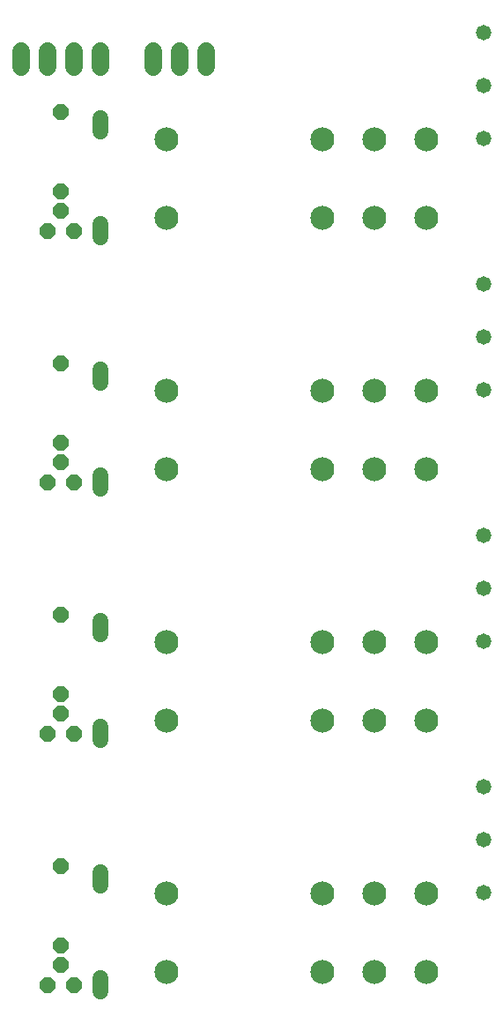
<source format=gbr>
G04 EAGLE Gerber RS-274X export*
G75*
%MOMM*%
%FSLAX34Y34*%
%LPD*%
%INSoldermask Top*%
%IPPOS*%
%AMOC8*
5,1,8,0,0,1.08239X$1,22.5*%
G01*
%ADD10C,1.473200*%
%ADD11C,2.303200*%
%ADD12C,1.524000*%
%ADD13P,1.649562X8X22.500000*%
%ADD14P,1.649562X8X112.500000*%
%ADD15C,1.727200*%


D10*
X901700Y965200D03*
X901700Y914400D03*
X901700Y863600D03*
X901700Y723900D03*
X901700Y673100D03*
X901700Y622300D03*
X901700Y482600D03*
X901700Y431800D03*
X901700Y381000D03*
X901700Y241300D03*
X901700Y190500D03*
X901700Y139700D03*
D11*
X596900Y787400D03*
X746900Y787400D03*
X796900Y787400D03*
X846900Y787400D03*
X846900Y862400D03*
X796900Y862400D03*
X746900Y862400D03*
X596900Y862400D03*
D12*
X533400Y781304D02*
X533400Y768096D01*
X533400Y869696D02*
X533400Y882904D01*
D13*
X508000Y774700D03*
X495300Y793750D03*
X482600Y774700D03*
D14*
X495300Y812800D03*
X495300Y889000D03*
D11*
X596900Y546100D03*
X746900Y546100D03*
X796900Y546100D03*
X846900Y546100D03*
X846900Y621100D03*
X796900Y621100D03*
X746900Y621100D03*
X596900Y621100D03*
D12*
X533400Y540004D02*
X533400Y526796D01*
X533400Y628396D02*
X533400Y641604D01*
D13*
X508000Y533400D03*
X495300Y552450D03*
X482600Y533400D03*
D14*
X495300Y571500D03*
X495300Y647700D03*
D11*
X596900Y304800D03*
X746900Y304800D03*
X796900Y304800D03*
X846900Y304800D03*
X846900Y379800D03*
X796900Y379800D03*
X746900Y379800D03*
X596900Y379800D03*
D12*
X533400Y298704D02*
X533400Y285496D01*
X533400Y387096D02*
X533400Y400304D01*
D13*
X508000Y292100D03*
X495300Y311150D03*
X482600Y292100D03*
D14*
X495300Y330200D03*
X495300Y406400D03*
D11*
X596900Y63500D03*
X746900Y63500D03*
X796900Y63500D03*
X846900Y63500D03*
X846900Y138500D03*
X796900Y138500D03*
X746900Y138500D03*
X596900Y138500D03*
D12*
X533400Y57404D02*
X533400Y44196D01*
X533400Y145796D02*
X533400Y159004D01*
D13*
X508000Y50800D03*
X495300Y69850D03*
X482600Y50800D03*
D14*
X495300Y88900D03*
X495300Y165100D03*
D15*
X635000Y932180D02*
X635000Y947420D01*
X609600Y947420D02*
X609600Y932180D01*
X584200Y932180D02*
X584200Y947420D01*
X533400Y947420D02*
X533400Y932180D01*
X508000Y932180D02*
X508000Y947420D01*
X482600Y947420D02*
X482600Y932180D01*
X457200Y932180D02*
X457200Y947420D01*
M02*

</source>
